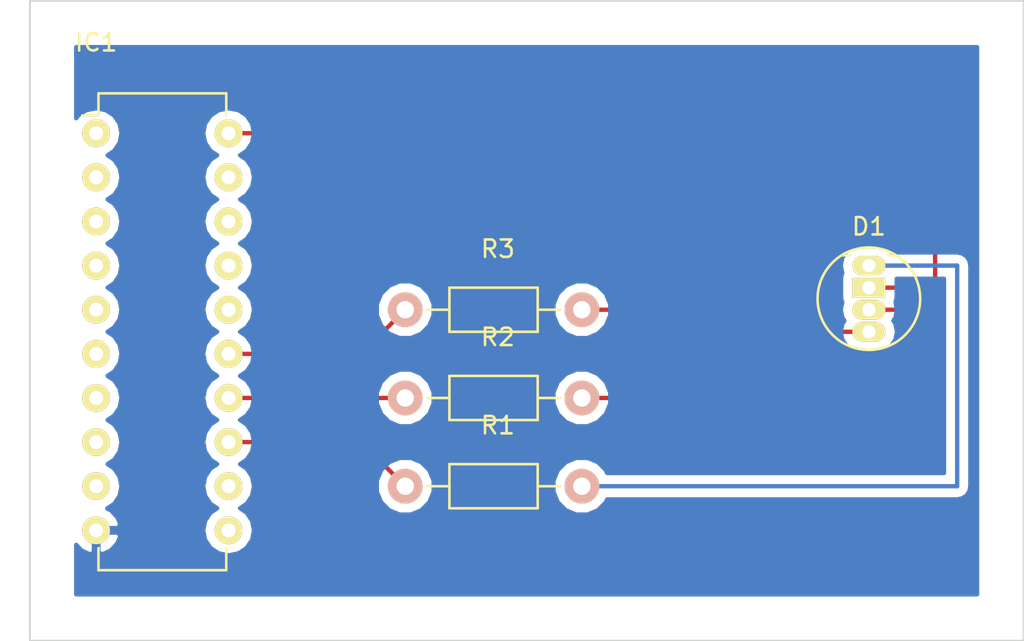
<source format=kicad_pcb>
(kicad_pcb (version 4) (host pcbnew "(2015-10-16 BZR 6271)-product")

  (general
    (links 7)
    (no_connects 0)
    (area 139.649999 93.929999 199.440001 135.940001)
    (thickness 1.6)
    (drawings 5)
    (tracks 17)
    (zones 0)
    (modules 5)
    (nets 24)
  )

  (page A4)
  (title_block
    (title "ATTINY2313 RGB LED")
    (date 2015-10-30)
  )

  (layers
    (0 F.Cu signal)
    (31 B.Cu signal)
    (32 B.Adhes user)
    (33 F.Adhes user)
    (34 B.Paste user)
    (35 F.Paste user)
    (36 B.SilkS user)
    (37 F.SilkS user)
    (38 B.Mask user)
    (39 F.Mask user)
    (40 Dwgs.User user)
    (41 Cmts.User user)
    (42 Eco1.User user)
    (43 Eco2.User user)
    (44 Edge.Cuts user)
    (45 Margin user)
    (46 B.CrtYd user)
    (47 F.CrtYd user)
    (48 B.Fab user)
    (49 F.Fab user)
  )

  (setup
    (last_trace_width 0.25)
    (trace_clearance 0.2)
    (zone_clearance 0.508)
    (zone_45_only yes)
    (trace_min 0.2)
    (segment_width 0.2)
    (edge_width 0.1)
    (via_size 0.6)
    (via_drill 0.4)
    (via_min_size 0.4)
    (via_min_drill 0.3)
    (uvia_size 0.3)
    (uvia_drill 0.1)
    (uvias_allowed no)
    (uvia_min_size 0.2)
    (uvia_min_drill 0.1)
    (pcb_text_width 0.3)
    (pcb_text_size 1.5 1.5)
    (mod_edge_width 0.15)
    (mod_text_size 1 1)
    (mod_text_width 0.15)
    (pad_size 1.5 1.5)
    (pad_drill 0.6)
    (pad_to_mask_clearance 0)
    (aux_axis_origin 0 0)
    (visible_elements FFFFFF7F)
    (pcbplotparams
      (layerselection 0x00030_80000001)
      (usegerberextensions false)
      (excludeedgelayer true)
      (linewidth 0.100000)
      (plotframeref false)
      (viasonmask false)
      (mode 1)
      (useauxorigin false)
      (hpglpennumber 1)
      (hpglpenspeed 20)
      (hpglpendiameter 15)
      (hpglpenoverlay 2)
      (psnegative false)
      (psa4output false)
      (plotreference true)
      (plotvalue true)
      (plotinvisibletext false)
      (padsonsilk false)
      (subtractmaskfromsilk false)
      (outputformat 1)
      (mirror false)
      (drillshape 1)
      (scaleselection 1)
      (outputdirectory ""))
  )

  (net 0 "")
  (net 1 "Net-(D1-Pad1)")
  (net 2 VCC)
  (net 3 "Net-(D1-Pad3)")
  (net 4 "Net-(D1-Pad4)")
  (net 5 "Net-(IC1-Pad1)")
  (net 6 "Net-(IC1-Pad2)")
  (net 7 "Net-(IC1-Pad3)")
  (net 8 "Net-(IC1-Pad4)")
  (net 9 "Net-(IC1-Pad5)")
  (net 10 "Net-(IC1-Pad6)")
  (net 11 "Net-(IC1-Pad7)")
  (net 12 "Net-(IC1-Pad8)")
  (net 13 "Net-(IC1-Pad9)")
  (net 14 GND)
  (net 15 "Net-(IC1-Pad11)")
  (net 16 "Net-(IC1-Pad12)")
  (net 17 "Net-(IC1-Pad13)")
  (net 18 "Net-(IC1-Pad14)")
  (net 19 "Net-(IC1-Pad15)")
  (net 20 "Net-(IC1-Pad16)")
  (net 21 "Net-(IC1-Pad17)")
  (net 22 "Net-(IC1-Pad18)")
  (net 23 "Net-(IC1-Pad19)")

  (net_class Default "This is the default net class."
    (clearance 0.2)
    (trace_width 0.25)
    (via_dia 0.6)
    (via_drill 0.4)
    (uvia_dia 0.3)
    (uvia_drill 0.1)
    (add_net GND)
    (add_net "Net-(D1-Pad1)")
    (add_net "Net-(D1-Pad3)")
    (add_net "Net-(D1-Pad4)")
    (add_net "Net-(IC1-Pad1)")
    (add_net "Net-(IC1-Pad11)")
    (add_net "Net-(IC1-Pad12)")
    (add_net "Net-(IC1-Pad13)")
    (add_net "Net-(IC1-Pad14)")
    (add_net "Net-(IC1-Pad15)")
    (add_net "Net-(IC1-Pad16)")
    (add_net "Net-(IC1-Pad17)")
    (add_net "Net-(IC1-Pad18)")
    (add_net "Net-(IC1-Pad19)")
    (add_net "Net-(IC1-Pad2)")
    (add_net "Net-(IC1-Pad3)")
    (add_net "Net-(IC1-Pad4)")
    (add_net "Net-(IC1-Pad5)")
    (add_net "Net-(IC1-Pad6)")
    (add_net "Net-(IC1-Pad7)")
    (add_net "Net-(IC1-Pad8)")
    (add_net "Net-(IC1-Pad9)")
    (add_net VCC)
  )

  (module LEDs:LED-RGB-5MM_Common_Cathode (layer F.Cu) (tedit 55A0859C) (tstamp 5633A763)
    (at 193.04 111.76)
    (descr "5mm common cathode RGB LED")
    (tags "RGB LED 5mm Common Cathode")
    (path /562BE562)
    (fp_text reference D1 (at 0 -2.25) (layer F.SilkS)
      (effects (font (size 1 1) (thickness 0.15)))
    )
    (fp_text value LED_RABG (at 0 6.25) (layer F.Fab)
      (effects (font (size 1 1) (thickness 0.15)))
    )
    (fp_circle (center 0 1.905) (end 3.2 1.905) (layer F.CrtYd) (width 0.05))
    (fp_line (start -1.1 -0.595) (end -1.55 -0.595) (layer F.SilkS) (width 0.15))
    (fp_circle (center 0 1.905) (end 2.95 1.905) (layer F.SilkS) (width 0.15))
    (fp_line (start 1.1 -0.595) (end 1.55 -0.595) (layer F.SilkS) (width 0.15))
    (pad 1 thru_hole oval (at 0 0) (size 1.905 1.1176) (drill 0.762) (layers *.Cu *.Mask F.SilkS)
      (net 1 "Net-(D1-Pad1)"))
    (pad 2 thru_hole rect (at 0 1.27) (size 1.905 1.1176) (drill 0.762) (layers *.Cu *.Mask F.SilkS)
      (net 2 VCC))
    (pad 3 thru_hole oval (at 0 2.54) (size 1.905 1.1176) (drill 0.762) (layers *.Cu *.Mask F.SilkS)
      (net 3 "Net-(D1-Pad3)"))
    (pad 4 thru_hole oval (at 0 3.81) (size 1.905 1.1176) (drill 0.762) (layers *.Cu *.Mask F.SilkS)
      (net 4 "Net-(D1-Pad4)"))
  )

  (module Housings_DIP:DIP-20_W7.62mm (layer F.Cu) (tedit 54130A77) (tstamp 5633A786)
    (at 148.59 104.14)
    (descr "20-lead dip package, row spacing 7.62 mm (300 mils)")
    (tags "dil dip 2.54 300")
    (path /562BE4C9)
    (fp_text reference IC1 (at 0 -5.22) (layer F.SilkS)
      (effects (font (size 1 1) (thickness 0.15)))
    )
    (fp_text value ATTINY2313-P (at 0 -3.72) (layer F.Fab)
      (effects (font (size 1 1) (thickness 0.15)))
    )
    (fp_line (start -1.05 -2.45) (end -1.05 25.35) (layer F.CrtYd) (width 0.05))
    (fp_line (start 8.65 -2.45) (end 8.65 25.35) (layer F.CrtYd) (width 0.05))
    (fp_line (start -1.05 -2.45) (end 8.65 -2.45) (layer F.CrtYd) (width 0.05))
    (fp_line (start -1.05 25.35) (end 8.65 25.35) (layer F.CrtYd) (width 0.05))
    (fp_line (start 0.135 -2.295) (end 0.135 -1.025) (layer F.SilkS) (width 0.15))
    (fp_line (start 7.485 -2.295) (end 7.485 -1.025) (layer F.SilkS) (width 0.15))
    (fp_line (start 7.485 25.155) (end 7.485 23.885) (layer F.SilkS) (width 0.15))
    (fp_line (start 0.135 25.155) (end 0.135 23.885) (layer F.SilkS) (width 0.15))
    (fp_line (start 0.135 -2.295) (end 7.485 -2.295) (layer F.SilkS) (width 0.15))
    (fp_line (start 0.135 25.155) (end 7.485 25.155) (layer F.SilkS) (width 0.15))
    (fp_line (start 0.135 -1.025) (end -0.8 -1.025) (layer F.SilkS) (width 0.15))
    (pad 1 thru_hole oval (at 0 0) (size 1.6 1.6) (drill 0.8) (layers *.Cu *.Mask F.SilkS)
      (net 5 "Net-(IC1-Pad1)"))
    (pad 2 thru_hole oval (at 0 2.54) (size 1.6 1.6) (drill 0.8) (layers *.Cu *.Mask F.SilkS)
      (net 6 "Net-(IC1-Pad2)"))
    (pad 3 thru_hole oval (at 0 5.08) (size 1.6 1.6) (drill 0.8) (layers *.Cu *.Mask F.SilkS)
      (net 7 "Net-(IC1-Pad3)"))
    (pad 4 thru_hole oval (at 0 7.62) (size 1.6 1.6) (drill 0.8) (layers *.Cu *.Mask F.SilkS)
      (net 8 "Net-(IC1-Pad4)"))
    (pad 5 thru_hole oval (at 0 10.16) (size 1.6 1.6) (drill 0.8) (layers *.Cu *.Mask F.SilkS)
      (net 9 "Net-(IC1-Pad5)"))
    (pad 6 thru_hole oval (at 0 12.7) (size 1.6 1.6) (drill 0.8) (layers *.Cu *.Mask F.SilkS)
      (net 10 "Net-(IC1-Pad6)"))
    (pad 7 thru_hole oval (at 0 15.24) (size 1.6 1.6) (drill 0.8) (layers *.Cu *.Mask F.SilkS)
      (net 11 "Net-(IC1-Pad7)"))
    (pad 8 thru_hole oval (at 0 17.78) (size 1.6 1.6) (drill 0.8) (layers *.Cu *.Mask F.SilkS)
      (net 12 "Net-(IC1-Pad8)"))
    (pad 9 thru_hole oval (at 0 20.32) (size 1.6 1.6) (drill 0.8) (layers *.Cu *.Mask F.SilkS)
      (net 13 "Net-(IC1-Pad9)"))
    (pad 10 thru_hole oval (at 0 22.86) (size 1.6 1.6) (drill 0.8) (layers *.Cu *.Mask F.SilkS)
      (net 14 GND))
    (pad 11 thru_hole oval (at 7.62 22.86) (size 1.6 1.6) (drill 0.8) (layers *.Cu *.Mask F.SilkS)
      (net 15 "Net-(IC1-Pad11)"))
    (pad 12 thru_hole oval (at 7.62 20.32) (size 1.6 1.6) (drill 0.8) (layers *.Cu *.Mask F.SilkS)
      (net 16 "Net-(IC1-Pad12)"))
    (pad 13 thru_hole oval (at 7.62 17.78) (size 1.6 1.6) (drill 0.8) (layers *.Cu *.Mask F.SilkS)
      (net 17 "Net-(IC1-Pad13)"))
    (pad 14 thru_hole oval (at 7.62 15.24) (size 1.6 1.6) (drill 0.8) (layers *.Cu *.Mask F.SilkS)
      (net 18 "Net-(IC1-Pad14)"))
    (pad 15 thru_hole oval (at 7.62 12.7) (size 1.6 1.6) (drill 0.8) (layers *.Cu *.Mask F.SilkS)
      (net 19 "Net-(IC1-Pad15)"))
    (pad 16 thru_hole oval (at 7.62 10.16) (size 1.6 1.6) (drill 0.8) (layers *.Cu *.Mask F.SilkS)
      (net 20 "Net-(IC1-Pad16)"))
    (pad 17 thru_hole oval (at 7.62 7.62) (size 1.6 1.6) (drill 0.8) (layers *.Cu *.Mask F.SilkS)
      (net 21 "Net-(IC1-Pad17)"))
    (pad 18 thru_hole oval (at 7.62 5.08) (size 1.6 1.6) (drill 0.8) (layers *.Cu *.Mask F.SilkS)
      (net 22 "Net-(IC1-Pad18)"))
    (pad 19 thru_hole oval (at 7.62 2.54) (size 1.6 1.6) (drill 0.8) (layers *.Cu *.Mask F.SilkS)
      (net 23 "Net-(IC1-Pad19)"))
    (pad 20 thru_hole oval (at 7.62 0) (size 1.6 1.6) (drill 0.8) (layers *.Cu *.Mask F.SilkS)
      (net 2 VCC))
    (model Housings_DIP.3dshapes/DIP-20_W7.62mm.wrl
      (at (xyz 0 0 0))
      (scale (xyz 1 1 1))
      (rotate (xyz 0 0 0))
    )
  )

  (module Resistors_ThroughHole:Resistor_Horizontal_RM10mm (layer F.Cu) (tedit 53F56209) (tstamp 5633A792)
    (at 171.45 124.46)
    (descr "Resistor, Axial,  RM 10mm, 1/3W,")
    (tags "Resistor, Axial, RM 10mm, 1/3W,")
    (path /562BE597)
    (fp_text reference R1 (at 0.24892 -3.50012) (layer F.SilkS)
      (effects (font (size 1 1) (thickness 0.15)))
    )
    (fp_text value R (at 3.81 3.81) (layer F.Fab)
      (effects (font (size 1 1) (thickness 0.15)))
    )
    (fp_line (start -2.54 -1.27) (end 2.54 -1.27) (layer F.SilkS) (width 0.15))
    (fp_line (start 2.54 -1.27) (end 2.54 1.27) (layer F.SilkS) (width 0.15))
    (fp_line (start 2.54 1.27) (end -2.54 1.27) (layer F.SilkS) (width 0.15))
    (fp_line (start -2.54 1.27) (end -2.54 -1.27) (layer F.SilkS) (width 0.15))
    (fp_line (start -2.54 0) (end -3.81 0) (layer F.SilkS) (width 0.15))
    (fp_line (start 2.54 0) (end 3.81 0) (layer F.SilkS) (width 0.15))
    (pad 1 thru_hole circle (at -5.08 0) (size 1.99898 1.99898) (drill 1.00076) (layers *.Cu *.SilkS *.Mask)
      (net 17 "Net-(IC1-Pad13)"))
    (pad 2 thru_hole circle (at 5.08 0) (size 1.99898 1.99898) (drill 1.00076) (layers *.Cu *.SilkS *.Mask)
      (net 1 "Net-(D1-Pad1)"))
    (model Resistors_ThroughHole.3dshapes/Resistor_Horizontal_RM10mm.wrl
      (at (xyz 0 0 0))
      (scale (xyz 0.4 0.4 0.4))
      (rotate (xyz 0 0 0))
    )
  )

  (module Resistors_ThroughHole:Resistor_Horizontal_RM10mm (layer F.Cu) (tedit 53F56209) (tstamp 5633A79E)
    (at 171.45 119.38)
    (descr "Resistor, Axial,  RM 10mm, 1/3W,")
    (tags "Resistor, Axial, RM 10mm, 1/3W,")
    (path /562BE679)
    (fp_text reference R2 (at 0.24892 -3.50012) (layer F.SilkS)
      (effects (font (size 1 1) (thickness 0.15)))
    )
    (fp_text value R (at 3.81 3.81) (layer F.Fab)
      (effects (font (size 1 1) (thickness 0.15)))
    )
    (fp_line (start -2.54 -1.27) (end 2.54 -1.27) (layer F.SilkS) (width 0.15))
    (fp_line (start 2.54 -1.27) (end 2.54 1.27) (layer F.SilkS) (width 0.15))
    (fp_line (start 2.54 1.27) (end -2.54 1.27) (layer F.SilkS) (width 0.15))
    (fp_line (start -2.54 1.27) (end -2.54 -1.27) (layer F.SilkS) (width 0.15))
    (fp_line (start -2.54 0) (end -3.81 0) (layer F.SilkS) (width 0.15))
    (fp_line (start 2.54 0) (end 3.81 0) (layer F.SilkS) (width 0.15))
    (pad 1 thru_hole circle (at -5.08 0) (size 1.99898 1.99898) (drill 1.00076) (layers *.Cu *.SilkS *.Mask)
      (net 18 "Net-(IC1-Pad14)"))
    (pad 2 thru_hole circle (at 5.08 0) (size 1.99898 1.99898) (drill 1.00076) (layers *.Cu *.SilkS *.Mask)
      (net 3 "Net-(D1-Pad3)"))
    (model Resistors_ThroughHole.3dshapes/Resistor_Horizontal_RM10mm.wrl
      (at (xyz 0 0 0))
      (scale (xyz 0.4 0.4 0.4))
      (rotate (xyz 0 0 0))
    )
  )

  (module Resistors_ThroughHole:Resistor_Horizontal_RM10mm (layer F.Cu) (tedit 53F56209) (tstamp 5633A7AA)
    (at 171.45 114.3)
    (descr "Resistor, Axial,  RM 10mm, 1/3W,")
    (tags "Resistor, Axial, RM 10mm, 1/3W,")
    (path /562BE69A)
    (fp_text reference R3 (at 0.24892 -3.50012) (layer F.SilkS)
      (effects (font (size 1 1) (thickness 0.15)))
    )
    (fp_text value R (at 3.81 3.81) (layer F.Fab)
      (effects (font (size 1 1) (thickness 0.15)))
    )
    (fp_line (start -2.54 -1.27) (end 2.54 -1.27) (layer F.SilkS) (width 0.15))
    (fp_line (start 2.54 -1.27) (end 2.54 1.27) (layer F.SilkS) (width 0.15))
    (fp_line (start 2.54 1.27) (end -2.54 1.27) (layer F.SilkS) (width 0.15))
    (fp_line (start -2.54 1.27) (end -2.54 -1.27) (layer F.SilkS) (width 0.15))
    (fp_line (start -2.54 0) (end -3.81 0) (layer F.SilkS) (width 0.15))
    (fp_line (start 2.54 0) (end 3.81 0) (layer F.SilkS) (width 0.15))
    (pad 1 thru_hole circle (at -5.08 0) (size 1.99898 1.99898) (drill 1.00076) (layers *.Cu *.SilkS *.Mask)
      (net 19 "Net-(IC1-Pad15)"))
    (pad 2 thru_hole circle (at 5.08 0) (size 1.99898 1.99898) (drill 1.00076) (layers *.Cu *.SilkS *.Mask)
      (net 4 "Net-(D1-Pad4)"))
    (model Resistors_ThroughHole.3dshapes/Resistor_Horizontal_RM10mm.wrl
      (at (xyz 0 0 0))
      (scale (xyz 0.4 0.4 0.4))
      (rotate (xyz 0 0 0))
    )
  )

  (gr_line (start 144.78 96.52) (end 146.05 96.52) (angle 90) (layer Edge.Cuts) (width 0.1))
  (gr_line (start 144.78 133.35) (end 144.78 96.52) (angle 90) (layer Edge.Cuts) (width 0.1))
  (gr_line (start 201.93 133.35) (end 144.78 133.35) (angle 90) (layer Edge.Cuts) (width 0.1))
  (gr_line (start 201.93 96.52) (end 201.93 133.35) (angle 90) (layer Edge.Cuts) (width 0.1))
  (gr_line (start 146.05 96.52) (end 201.93 96.52) (angle 90) (layer Edge.Cuts) (width 0.1))

  (segment (start 193.04 111.76) (end 198.12 111.76) (width 0.25) (layer B.Cu) (net 1))
  (segment (start 198.12 124.46) (end 176.53 124.46) (width 0.25) (layer B.Cu) (net 1) (tstamp 5633AC8A))
  (segment (start 198.12 111.76) (end 198.12 124.46) (width 0.25) (layer B.Cu) (net 1) (tstamp 5633AC88))
  (segment (start 156.21 104.14) (end 196.85 104.14) (width 0.25) (layer F.Cu) (net 2))
  (segment (start 196.85 113.03) (end 193.04 113.03) (width 0.25) (layer F.Cu) (net 2) (tstamp 5633AA57))
  (segment (start 196.85 104.14) (end 196.85 113.03) (width 0.25) (layer F.Cu) (net 2) (tstamp 5633AA53))
  (segment (start 176.53 119.38) (end 195.58 119.38) (width 0.25) (layer F.Cu) (net 3))
  (segment (start 195.58 114.3) (end 193.04 114.3) (width 0.25) (layer F.Cu) (net 3) (tstamp 5633AC9C))
  (segment (start 195.58 119.38) (end 195.58 114.3) (width 0.25) (layer F.Cu) (net 3) (tstamp 5633AC98))
  (segment (start 176.53 114.3) (end 185.42 114.3) (width 0.25) (layer F.Cu) (net 4))
  (segment (start 186.69 115.57) (end 193.04 115.57) (width 0.25) (layer F.Cu) (net 4) (tstamp 5633AA82))
  (segment (start 185.42 114.3) (end 186.69 115.57) (width 0.25) (layer F.Cu) (net 4) (tstamp 5633AA7B))
  (segment (start 156.21 121.92) (end 163.83 121.92) (width 0.25) (layer F.Cu) (net 17))
  (segment (start 163.83 121.92) (end 166.37 124.46) (width 0.25) (layer F.Cu) (net 17) (tstamp 5633A94F))
  (segment (start 156.21 119.38) (end 166.37 119.38) (width 0.25) (layer F.Cu) (net 18))
  (segment (start 156.21 116.84) (end 163.83 116.84) (width 0.25) (layer F.Cu) (net 19))
  (segment (start 163.83 116.84) (end 166.37 114.3) (width 0.25) (layer F.Cu) (net 19) (tstamp 5633A948))

  (zone (net 14) (net_name GND) (layer B.Cu) (tstamp 5633AE6B) (hatch edge 0.508)
    (connect_pads (clearance 0.508))
    (min_thickness 0.254)
    (fill yes (arc_segments 16) (thermal_gap 0.508) (thermal_bridge_width 0.508))
    (polygon
      (pts
        (xy 199.39 130.81) (xy 147.32 130.81) (xy 147.32 99.06) (xy 199.39 99.06) (xy 199.39 130.81)
      )
    )
    (filled_polygon
      (pts
        (xy 199.263 130.683) (xy 147.447 130.683) (xy 147.447 127.834612) (xy 147.734866 128.152389) (xy 148.240959 128.391914)
        (xy 148.463 128.270629) (xy 148.463 127.127) (xy 148.717 127.127) (xy 148.717 128.270629) (xy 148.939041 128.391914)
        (xy 149.445134 128.152389) (xy 149.821041 127.737423) (xy 149.981904 127.349039) (xy 149.859915 127.127) (xy 148.717 127.127)
        (xy 148.463 127.127) (xy 148.443 127.127) (xy 148.443 126.873) (xy 148.463 126.873) (xy 148.463 126.853)
        (xy 148.717 126.853) (xy 148.717 126.873) (xy 149.859915 126.873) (xy 149.981904 126.650961) (xy 149.821041 126.262577)
        (xy 149.445134 125.847611) (xy 149.228297 125.744986) (xy 149.632811 125.474698) (xy 149.94388 125.009151) (xy 150.053113 124.46)
        (xy 149.94388 123.910849) (xy 149.632811 123.445302) (xy 149.250725 123.19) (xy 149.632811 122.934698) (xy 149.94388 122.469151)
        (xy 150.053113 121.92) (xy 149.94388 121.370849) (xy 149.632811 120.905302) (xy 149.250725 120.65) (xy 149.632811 120.394698)
        (xy 149.94388 119.929151) (xy 150.053113 119.38) (xy 149.94388 118.830849) (xy 149.632811 118.365302) (xy 149.250725 118.11)
        (xy 149.632811 117.854698) (xy 149.94388 117.389151) (xy 150.053113 116.84) (xy 149.94388 116.290849) (xy 149.632811 115.825302)
        (xy 149.250725 115.57) (xy 149.632811 115.314698) (xy 149.94388 114.849151) (xy 150.053113 114.3) (xy 149.94388 113.750849)
        (xy 149.632811 113.285302) (xy 149.250725 113.03) (xy 149.632811 112.774698) (xy 149.94388 112.309151) (xy 150.053113 111.76)
        (xy 149.94388 111.210849) (xy 149.632811 110.745302) (xy 149.250725 110.49) (xy 149.632811 110.234698) (xy 149.94388 109.769151)
        (xy 150.053113 109.22) (xy 149.94388 108.670849) (xy 149.632811 108.205302) (xy 149.250725 107.95) (xy 149.632811 107.694698)
        (xy 149.94388 107.229151) (xy 150.053113 106.68) (xy 149.94388 106.130849) (xy 149.632811 105.665302) (xy 149.250725 105.41)
        (xy 149.632811 105.154698) (xy 149.94388 104.689151) (xy 150.053113 104.14) (xy 154.746887 104.14) (xy 154.85612 104.689151)
        (xy 155.167189 105.154698) (xy 155.549275 105.41) (xy 155.167189 105.665302) (xy 154.85612 106.130849) (xy 154.746887 106.68)
        (xy 154.85612 107.229151) (xy 155.167189 107.694698) (xy 155.549275 107.95) (xy 155.167189 108.205302) (xy 154.85612 108.670849)
        (xy 154.746887 109.22) (xy 154.85612 109.769151) (xy 155.167189 110.234698) (xy 155.549275 110.49) (xy 155.167189 110.745302)
        (xy 154.85612 111.210849) (xy 154.746887 111.76) (xy 154.85612 112.309151) (xy 155.167189 112.774698) (xy 155.549275 113.03)
        (xy 155.167189 113.285302) (xy 154.85612 113.750849) (xy 154.746887 114.3) (xy 154.85612 114.849151) (xy 155.167189 115.314698)
        (xy 155.549275 115.57) (xy 155.167189 115.825302) (xy 154.85612 116.290849) (xy 154.746887 116.84) (xy 154.85612 117.389151)
        (xy 155.167189 117.854698) (xy 155.549275 118.11) (xy 155.167189 118.365302) (xy 154.85612 118.830849) (xy 154.746887 119.38)
        (xy 154.85612 119.929151) (xy 155.167189 120.394698) (xy 155.549275 120.65) (xy 155.167189 120.905302) (xy 154.85612 121.370849)
        (xy 154.746887 121.92) (xy 154.85612 122.469151) (xy 155.167189 122.934698) (xy 155.549275 123.19) (xy 155.167189 123.445302)
        (xy 154.85612 123.910849) (xy 154.746887 124.46) (xy 154.85612 125.009151) (xy 155.167189 125.474698) (xy 155.549275 125.73)
        (xy 155.167189 125.985302) (xy 154.85612 126.450849) (xy 154.746887 127) (xy 154.85612 127.549151) (xy 155.167189 128.014698)
        (xy 155.632736 128.325767) (xy 156.181887 128.435) (xy 156.238113 128.435) (xy 156.787264 128.325767) (xy 157.252811 128.014698)
        (xy 157.56388 127.549151) (xy 157.673113 127) (xy 157.56388 126.450849) (xy 157.252811 125.985302) (xy 156.870725 125.73)
        (xy 157.252811 125.474698) (xy 157.56388 125.009151) (xy 157.608726 124.783694) (xy 164.735226 124.783694) (xy 164.983538 125.384655)
        (xy 165.442927 125.844846) (xy 166.043453 126.094206) (xy 166.693694 126.094774) (xy 167.294655 125.846462) (xy 167.754846 125.387073)
        (xy 168.004206 124.786547) (xy 168.004208 124.783694) (xy 174.895226 124.783694) (xy 175.143538 125.384655) (xy 175.602927 125.844846)
        (xy 176.203453 126.094206) (xy 176.853694 126.094774) (xy 177.454655 125.846462) (xy 177.914846 125.387073) (xy 177.984221 125.22)
        (xy 198.12 125.22) (xy 198.410839 125.162148) (xy 198.657401 124.997401) (xy 198.822148 124.750839) (xy 198.88 124.46)
        (xy 198.88 111.76) (xy 198.822148 111.469161) (xy 198.657401 111.222599) (xy 198.410839 111.057852) (xy 198.12 111)
        (xy 194.365168 111) (xy 194.308945 110.915856) (xy 193.921648 110.657073) (xy 193.464801 110.5662) (xy 192.615199 110.5662)
        (xy 192.158352 110.657073) (xy 191.771055 110.915856) (xy 191.512272 111.303153) (xy 191.421399 111.76) (xy 191.507871 112.19472)
        (xy 191.491069 112.21931) (xy 191.44006 112.4712) (xy 191.44006 113.5888) (xy 191.484338 113.824117) (xy 191.508568 113.861772)
        (xy 191.421399 114.3) (xy 191.512272 114.756847) (xy 191.63131 114.935) (xy 191.512272 115.113153) (xy 191.421399 115.57)
        (xy 191.512272 116.026847) (xy 191.771055 116.414144) (xy 192.158352 116.672927) (xy 192.615199 116.7638) (xy 193.464801 116.7638)
        (xy 193.921648 116.672927) (xy 194.308945 116.414144) (xy 194.567728 116.026847) (xy 194.658601 115.57) (xy 194.567728 115.113153)
        (xy 194.44869 114.935) (xy 194.567728 114.756847) (xy 194.658601 114.3) (xy 194.572129 113.86528) (xy 194.588931 113.84069)
        (xy 194.63994 113.5888) (xy 194.63994 112.52) (xy 197.36 112.52) (xy 197.36 123.7) (xy 177.984496 123.7)
        (xy 177.916462 123.535345) (xy 177.457073 123.075154) (xy 176.856547 122.825794) (xy 176.206306 122.825226) (xy 175.605345 123.073538)
        (xy 175.145154 123.532927) (xy 174.895794 124.133453) (xy 174.895226 124.783694) (xy 168.004208 124.783694) (xy 168.004774 124.136306)
        (xy 167.756462 123.535345) (xy 167.297073 123.075154) (xy 166.696547 122.825794) (xy 166.046306 122.825226) (xy 165.445345 123.073538)
        (xy 164.985154 123.532927) (xy 164.735794 124.133453) (xy 164.735226 124.783694) (xy 157.608726 124.783694) (xy 157.673113 124.46)
        (xy 157.56388 123.910849) (xy 157.252811 123.445302) (xy 156.870725 123.19) (xy 157.252811 122.934698) (xy 157.56388 122.469151)
        (xy 157.673113 121.92) (xy 157.56388 121.370849) (xy 157.252811 120.905302) (xy 156.870725 120.65) (xy 157.252811 120.394698)
        (xy 157.56388 119.929151) (xy 157.608726 119.703694) (xy 164.735226 119.703694) (xy 164.983538 120.304655) (xy 165.442927 120.764846)
        (xy 166.043453 121.014206) (xy 166.693694 121.014774) (xy 167.294655 120.766462) (xy 167.754846 120.307073) (xy 168.004206 119.706547)
        (xy 168.004208 119.703694) (xy 174.895226 119.703694) (xy 175.143538 120.304655) (xy 175.602927 120.764846) (xy 176.203453 121.014206)
        (xy 176.853694 121.014774) (xy 177.454655 120.766462) (xy 177.914846 120.307073) (xy 178.164206 119.706547) (xy 178.164774 119.056306)
        (xy 177.916462 118.455345) (xy 177.457073 117.995154) (xy 176.856547 117.745794) (xy 176.206306 117.745226) (xy 175.605345 117.993538)
        (xy 175.145154 118.452927) (xy 174.895794 119.053453) (xy 174.895226 119.703694) (xy 168.004208 119.703694) (xy 168.004774 119.056306)
        (xy 167.756462 118.455345) (xy 167.297073 117.995154) (xy 166.696547 117.745794) (xy 166.046306 117.745226) (xy 165.445345 117.993538)
        (xy 164.985154 118.452927) (xy 164.735794 119.053453) (xy 164.735226 119.703694) (xy 157.608726 119.703694) (xy 157.673113 119.38)
        (xy 157.56388 118.830849) (xy 157.252811 118.365302) (xy 156.870725 118.11) (xy 157.252811 117.854698) (xy 157.56388 117.389151)
        (xy 157.673113 116.84) (xy 157.56388 116.290849) (xy 157.252811 115.825302) (xy 156.870725 115.57) (xy 157.252811 115.314698)
        (xy 157.56388 114.849151) (xy 157.608726 114.623694) (xy 164.735226 114.623694) (xy 164.983538 115.224655) (xy 165.442927 115.684846)
        (xy 166.043453 115.934206) (xy 166.693694 115.934774) (xy 167.294655 115.686462) (xy 167.754846 115.227073) (xy 168.004206 114.626547)
        (xy 168.004208 114.623694) (xy 174.895226 114.623694) (xy 175.143538 115.224655) (xy 175.602927 115.684846) (xy 176.203453 115.934206)
        (xy 176.853694 115.934774) (xy 177.454655 115.686462) (xy 177.914846 115.227073) (xy 178.164206 114.626547) (xy 178.164774 113.976306)
        (xy 177.916462 113.375345) (xy 177.457073 112.915154) (xy 176.856547 112.665794) (xy 176.206306 112.665226) (xy 175.605345 112.913538)
        (xy 175.145154 113.372927) (xy 174.895794 113.973453) (xy 174.895226 114.623694) (xy 168.004208 114.623694) (xy 168.004774 113.976306)
        (xy 167.756462 113.375345) (xy 167.297073 112.915154) (xy 166.696547 112.665794) (xy 166.046306 112.665226) (xy 165.445345 112.913538)
        (xy 164.985154 113.372927) (xy 164.735794 113.973453) (xy 164.735226 114.623694) (xy 157.608726 114.623694) (xy 157.673113 114.3)
        (xy 157.56388 113.750849) (xy 157.252811 113.285302) (xy 156.870725 113.03) (xy 157.252811 112.774698) (xy 157.56388 112.309151)
        (xy 157.673113 111.76) (xy 157.56388 111.210849) (xy 157.252811 110.745302) (xy 156.870725 110.49) (xy 157.252811 110.234698)
        (xy 157.56388 109.769151) (xy 157.673113 109.22) (xy 157.56388 108.670849) (xy 157.252811 108.205302) (xy 156.870725 107.95)
        (xy 157.252811 107.694698) (xy 157.56388 107.229151) (xy 157.673113 106.68) (xy 157.56388 106.130849) (xy 157.252811 105.665302)
        (xy 156.870725 105.41) (xy 157.252811 105.154698) (xy 157.56388 104.689151) (xy 157.673113 104.14) (xy 157.56388 103.590849)
        (xy 157.252811 103.125302) (xy 156.787264 102.814233) (xy 156.238113 102.705) (xy 156.181887 102.705) (xy 155.632736 102.814233)
        (xy 155.167189 103.125302) (xy 154.85612 103.590849) (xy 154.746887 104.14) (xy 150.053113 104.14) (xy 149.94388 103.590849)
        (xy 149.632811 103.125302) (xy 149.167264 102.814233) (xy 148.618113 102.705) (xy 148.561887 102.705) (xy 148.012736 102.814233)
        (xy 147.547189 103.125302) (xy 147.447 103.275245) (xy 147.447 99.187) (xy 199.263 99.187)
      )
    )
  )
)

</source>
